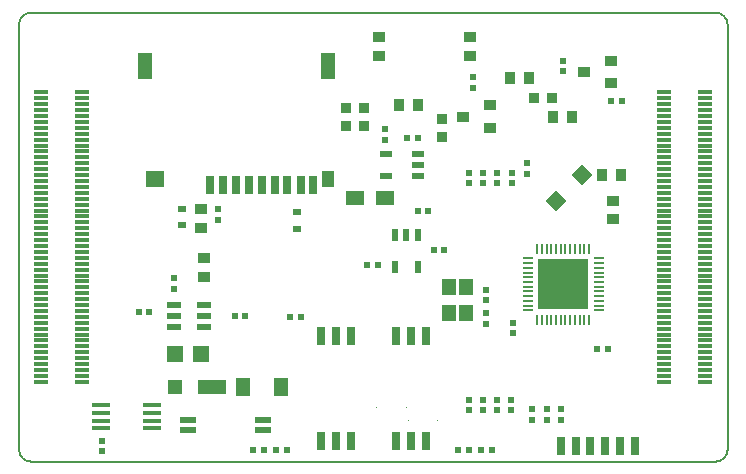
<source format=gtp>
%FSLAX44Y44*%
%MOMM*%
G71*
G01*
G75*
G04 Layer_Color=8421504*
%ADD10R,0.5000X0.6000*%
%ADD11R,0.6000X0.5000*%
%ADD12R,0.5000X1.1000*%
%ADD13R,1.1000X0.5000*%
%ADD14R,0.8128X0.8128*%
%ADD15R,1.0160X0.8890*%
%ADD16R,2.4000X1.2500*%
%ADD17R,1.2000X1.2500*%
%ADD18R,0.8890X1.0160*%
%ADD19R,1.6002X1.2954*%
%ADD20R,0.7600X1.5200*%
%ADD21R,0.8128X0.8128*%
%ADD22R,1.0668X0.8128*%
G04:AMPARAMS|DCode=23|XSize=0.22mm|YSize=0.8mm|CornerRadius=0mm|HoleSize=0mm|Usage=FLASHONLY|Rotation=90.000|XOffset=0mm|YOffset=0mm|HoleType=Round|Shape=RoundedRectangle|*
%AMROUNDEDRECTD23*
21,1,0.2200,0.8000,0,0,90.0*
21,1,0.2200,0.8000,0,0,90.0*
1,1,0.0000,0.4000,0.1100*
1,1,0.0000,0.4000,-0.1100*
1,1,0.0000,-0.4000,-0.1100*
1,1,0.0000,-0.4000,0.1100*
%
%ADD23ROUNDEDRECTD23*%
G04:AMPARAMS|DCode=24|XSize=0.22mm|YSize=0.8mm|CornerRadius=0mm|HoleSize=0mm|Usage=FLASHONLY|Rotation=0.000|XOffset=0mm|YOffset=0mm|HoleType=Round|Shape=RoundedRectangle|*
%AMROUNDEDRECTD24*
21,1,0.2200,0.8000,0,0,0.0*
21,1,0.2200,0.8000,0,0,0.0*
1,1,0.0000,0.1100,-0.4000*
1,1,0.0000,-0.1100,-0.4000*
1,1,0.0000,-0.1100,0.4000*
1,1,0.0000,0.1100,0.4000*
%
%ADD24ROUNDEDRECTD24*%
%ADD25R,4.3000X4.3000*%
%ADD26R,0.7000X0.6000*%
%ADD27R,1.2500X0.3000*%
%ADD28R,0.7000X1.6000*%
%ADD29R,1.1000X1.4000*%
%ADD30R,1.6000X1.4000*%
%ADD31R,1.2000X2.2000*%
%ADD32R,1.2000X1.4000*%
%ADD33R,0.8000X1.6000*%
%ADD34R,1.4000X0.6000*%
%ADD35P,1.8385X4X90.0*%
%ADD36R,1.2700X0.5080*%
%ADD37R,1.3970X1.3970*%
%ADD38R,1.2000X1.6000*%
%ADD39R,1.5000X0.4000*%
%ADD40C,0.4000*%
%ADD41C,0.2000*%
%ADD42C,0.3000*%
%ADD43C,0.2540*%
%ADD44C,0.1270*%
%ADD45C,0.6000*%
%ADD46R,1.3000X1.2000*%
%ADD47C,0.0254*%
%ADD48C,4.4000*%
%ADD49C,0.5000*%
G04:AMPARAMS|DCode=50|XSize=4mm|YSize=4mm|CornerRadius=2mm|HoleSize=0mm|Usage=FLASHONLY|Rotation=0.000|XOffset=0mm|YOffset=0mm|HoleType=Round|Shape=RoundedRectangle|*
%AMROUNDEDRECTD50*
21,1,4.0000,0.0000,0,0,0.0*
21,1,0.0000,4.0000,0,0,0.0*
1,1,4.0000,0.0000,0.0000*
1,1,4.0000,0.0000,0.0000*
1,1,4.0000,0.0000,0.0000*
1,1,4.0000,0.0000,0.0000*
%
%ADD50ROUNDEDRECTD50*%
%ADD51R,1.5240X1.5240*%
%ADD52C,1.5240*%
%ADD53C,3.6000*%
%ADD54R,1.4000X1.2000*%
%ADD55R,0.4000X1.0000*%
%ADD56R,1.0000X0.4000*%
%ADD57R,1.6000X1.2000*%
%ADD58O,2.0320X0.6096*%
%ADD59R,2.0320X0.6096*%
%ADD60R,0.7250X2.3500*%
%ADD61R,1.3970X1.3970*%
%ADD62P,1.8385X4X180.0*%
%ADD63R,0.2000X0.7500*%
%ADD64R,0.7500X0.2000*%
%ADD65R,1.5000X0.8000*%
%ADD66R,1.0000X1.5000*%
%ADD67R,2.1000X3.0000*%
%ADD68R,0.8000X2.1000*%
%ADD69R,1.6000X2.2000*%
%ADD70C,0.8000*%
G04:AMPARAMS|DCode=71|XSize=2mm|YSize=2mm|CornerRadius=0mm|HoleSize=0mm|Usage=FLASHONLY|Rotation=180.000|XOffset=0mm|YOffset=0mm|HoleType=Round|Shape=RoundedRectangle|*
%AMROUNDEDRECTD71*
21,1,2.0000,2.0000,0,0,180.0*
21,1,2.0000,2.0000,0,0,180.0*
1,1,0.0000,-1.0000,1.0000*
1,1,0.0000,1.0000,1.0000*
1,1,0.0000,1.0000,-1.0000*
1,1,0.0000,-1.0000,-1.0000*
%
%ADD71ROUNDEDRECTD71*%
%ADD72R,2.1500X6.3000*%
%ADD73C,0.8000*%
%ADD74R,1.1000X0.4000*%
%ADD75R,1.9250X2.3500*%
%ADD76C,4.0000*%
%ADD77C,0.1250*%
%ADD78C,0.1524*%
%ADD79C,0.1200*%
%ADD80C,0.2032*%
%ADD81C,0.1000*%
D10*
X-5000Y-24000D02*
D03*
X4000D02*
D03*
X46500Y22000D02*
D03*
X37500D02*
D03*
X210500Y115000D02*
D03*
X201500D02*
D03*
X189500Y-95000D02*
D03*
X198500D02*
D03*
X-101600Y-180474D02*
D03*
X-92600D02*
D03*
X-73053D02*
D03*
X-82053D02*
D03*
X100500D02*
D03*
X91500D02*
D03*
X71953D02*
D03*
X80953D02*
D03*
X60040Y-11000D02*
D03*
X51040D02*
D03*
X28500Y84000D02*
D03*
X37500D02*
D03*
X-70500Y-68000D02*
D03*
X-61500D02*
D03*
X-189500Y-63000D02*
D03*
X-198500D02*
D03*
X-108500Y-67000D02*
D03*
X-117500D02*
D03*
D11*
X10000Y91500D02*
D03*
Y82500D02*
D03*
X117000Y-146500D02*
D03*
Y-137500D02*
D03*
X105000Y-146500D02*
D03*
Y-137500D02*
D03*
X93000Y-146500D02*
D03*
Y-137500D02*
D03*
X81000Y-146500D02*
D03*
Y-137500D02*
D03*
X161000Y140500D02*
D03*
Y149500D02*
D03*
X84000Y126500D02*
D03*
Y135500D02*
D03*
X130340Y53500D02*
D03*
Y62500D02*
D03*
X158900Y-145770D02*
D03*
Y-154770D02*
D03*
X134730Y-145770D02*
D03*
Y-154770D02*
D03*
X146730Y-145770D02*
D03*
Y-154770D02*
D03*
X-131268Y14606D02*
D03*
Y23606D02*
D03*
X-230000Y-172500D02*
D03*
Y-181500D02*
D03*
X95049Y-44566D02*
D03*
Y-53566D02*
D03*
X95130Y-73621D02*
D03*
Y-64621D02*
D03*
X104940Y54500D02*
D03*
Y45500D02*
D03*
X92920Y54500D02*
D03*
Y45500D02*
D03*
X118356Y-81500D02*
D03*
Y-72500D02*
D03*
X80978Y54500D02*
D03*
Y45500D02*
D03*
X117226D02*
D03*
Y54500D02*
D03*
X-169000Y-43500D02*
D03*
Y-34500D02*
D03*
D12*
X37500Y-25500D02*
D03*
X18500D02*
D03*
Y1500D02*
D03*
X28000D02*
D03*
X37500D02*
D03*
D13*
X10842Y51770D02*
D03*
Y70770D02*
D03*
X37842D02*
D03*
Y61270D02*
D03*
Y51770D02*
D03*
D14*
X136380Y118000D02*
D03*
X151620D02*
D03*
D15*
X-143000Y-34001D02*
D03*
Y-17999D02*
D03*
X5000Y169501D02*
D03*
Y153499D02*
D03*
X81730Y169501D02*
D03*
Y153499D02*
D03*
X-146000Y24001D02*
D03*
Y7999D02*
D03*
X203000Y31001D02*
D03*
Y14999D02*
D03*
D16*
X-136750Y-126717D02*
D03*
D17*
X-167500D02*
D03*
D18*
X115999Y135000D02*
D03*
X132001D02*
D03*
X38001Y112000D02*
D03*
X21999D02*
D03*
X210001Y53000D02*
D03*
X193999D02*
D03*
X168001Y102000D02*
D03*
X151999D02*
D03*
D19*
X-15131Y33302D02*
D03*
X10269D02*
D03*
D20*
X44363Y-83550D02*
D03*
X31680D02*
D03*
X18980D02*
D03*
X-19120D02*
D03*
X-31820D02*
D03*
X-44520D02*
D03*
X-44380Y-172450D02*
D03*
X-31680D02*
D03*
X-18980D02*
D03*
X19120D02*
D03*
X31820D02*
D03*
X44520D02*
D03*
D21*
X-8000Y94380D02*
D03*
Y109620D02*
D03*
X-23000Y94380D02*
D03*
Y109620D02*
D03*
X58000Y99620D02*
D03*
Y84380D02*
D03*
D22*
X178608Y139949D02*
D03*
X201544Y149487D02*
D03*
Y130412D02*
D03*
X75608Y101949D02*
D03*
X98544Y111487D02*
D03*
Y92411D02*
D03*
D23*
X130678Y-38000D02*
D03*
Y-42000D02*
D03*
Y-46000D02*
D03*
Y-34000D02*
D03*
Y-30000D02*
D03*
Y-26000D02*
D03*
Y-22000D02*
D03*
Y-18000D02*
D03*
Y-50000D02*
D03*
Y-54000D02*
D03*
Y-62000D02*
D03*
Y-58000D02*
D03*
X190678Y-22000D02*
D03*
Y-18000D02*
D03*
Y-26000D02*
D03*
Y-30000D02*
D03*
Y-62000D02*
D03*
Y-58000D02*
D03*
Y-54000D02*
D03*
Y-50000D02*
D03*
Y-46000D02*
D03*
Y-34000D02*
D03*
Y-38000D02*
D03*
Y-42000D02*
D03*
D24*
X162678Y-10000D02*
D03*
X158678D02*
D03*
X154678D02*
D03*
X166678D02*
D03*
X170678D02*
D03*
X174678D02*
D03*
X178678D02*
D03*
X182678D02*
D03*
X150678D02*
D03*
X146678D02*
D03*
X138678D02*
D03*
X142678D02*
D03*
X182678Y-70000D02*
D03*
X178678D02*
D03*
X174678D02*
D03*
X170678D02*
D03*
X166678D02*
D03*
X138678D02*
D03*
X142678D02*
D03*
X146678D02*
D03*
X150678D02*
D03*
X154678D02*
D03*
X158678D02*
D03*
X162678D02*
D03*
D25*
X160678Y-40000D02*
D03*
D26*
X-65000Y21100D02*
D03*
Y6900D02*
D03*
X-162000Y9900D02*
D03*
Y24100D02*
D03*
D27*
X-246450Y2500D02*
D03*
Y7500D02*
D03*
Y12500D02*
D03*
Y17500D02*
D03*
Y22500D02*
D03*
Y27500D02*
D03*
Y32500D02*
D03*
Y37500D02*
D03*
Y-2500D02*
D03*
Y-7500D02*
D03*
Y-12500D02*
D03*
Y-17500D02*
D03*
Y-22500D02*
D03*
Y-27500D02*
D03*
Y-32500D02*
D03*
Y-37500D02*
D03*
Y-122500D02*
D03*
Y-117500D02*
D03*
Y-112500D02*
D03*
Y-107500D02*
D03*
Y-102500D02*
D03*
Y-97500D02*
D03*
Y-92500D02*
D03*
Y-87500D02*
D03*
Y-82500D02*
D03*
Y-42500D02*
D03*
Y-47500D02*
D03*
Y-52500D02*
D03*
Y-57500D02*
D03*
Y-62500D02*
D03*
Y-67500D02*
D03*
Y-72500D02*
D03*
Y-77500D02*
D03*
Y72500D02*
D03*
Y77500D02*
D03*
Y82500D02*
D03*
Y87500D02*
D03*
Y92500D02*
D03*
Y97500D02*
D03*
Y102500D02*
D03*
Y107500D02*
D03*
Y67500D02*
D03*
Y62500D02*
D03*
Y57500D02*
D03*
Y52500D02*
D03*
Y47500D02*
D03*
Y42500D02*
D03*
Y112500D02*
D03*
Y117500D02*
D03*
Y122500D02*
D03*
X-280950D02*
D03*
Y117500D02*
D03*
Y112500D02*
D03*
Y42500D02*
D03*
Y47500D02*
D03*
Y52500D02*
D03*
Y57500D02*
D03*
Y62500D02*
D03*
Y67500D02*
D03*
Y107500D02*
D03*
Y102500D02*
D03*
Y97500D02*
D03*
Y92500D02*
D03*
Y87500D02*
D03*
Y82500D02*
D03*
Y77500D02*
D03*
Y72500D02*
D03*
Y-77500D02*
D03*
Y-72500D02*
D03*
Y-67500D02*
D03*
Y-62500D02*
D03*
Y-57500D02*
D03*
Y-52500D02*
D03*
Y-47500D02*
D03*
Y-42500D02*
D03*
Y-82500D02*
D03*
Y-87500D02*
D03*
Y-92500D02*
D03*
Y-97500D02*
D03*
Y-102500D02*
D03*
Y-107500D02*
D03*
Y-112500D02*
D03*
Y-117500D02*
D03*
Y-122500D02*
D03*
Y-37500D02*
D03*
Y-32500D02*
D03*
Y-27500D02*
D03*
Y-22500D02*
D03*
Y-17500D02*
D03*
Y-12500D02*
D03*
Y-7500D02*
D03*
Y-2500D02*
D03*
Y37500D02*
D03*
Y32500D02*
D03*
Y27500D02*
D03*
Y22500D02*
D03*
Y17500D02*
D03*
Y12500D02*
D03*
Y7500D02*
D03*
Y2500D02*
D03*
X246450Y2500D02*
D03*
X280950D02*
D03*
Y7500D02*
D03*
X246450D02*
D03*
X280950Y12500D02*
D03*
X246450D02*
D03*
X280950Y17500D02*
D03*
X246450D02*
D03*
X280950Y22500D02*
D03*
X246450D02*
D03*
X280950Y27500D02*
D03*
X246450D02*
D03*
X280950Y32500D02*
D03*
X246450D02*
D03*
X280950Y37500D02*
D03*
X246450D02*
D03*
Y-2500D02*
D03*
X280950D02*
D03*
X246450Y-7500D02*
D03*
X280950D02*
D03*
X246450Y-12500D02*
D03*
X280950D02*
D03*
X246450Y-17500D02*
D03*
X280950D02*
D03*
X246450Y-22500D02*
D03*
X280950D02*
D03*
X246450Y-27500D02*
D03*
X280950D02*
D03*
X246450Y-32500D02*
D03*
X280950D02*
D03*
Y-37500D02*
D03*
X246450D02*
D03*
Y-122500D02*
D03*
X280950D02*
D03*
X246450Y-117500D02*
D03*
X280950D02*
D03*
Y-112500D02*
D03*
X246450D02*
D03*
X280950Y-107500D02*
D03*
X246450D02*
D03*
X280950Y-102500D02*
D03*
X246450D02*
D03*
X280950Y-97500D02*
D03*
X246450D02*
D03*
X280950Y-92500D02*
D03*
X246450D02*
D03*
X280950Y-87500D02*
D03*
X246450D02*
D03*
X280950Y-82500D02*
D03*
X246450D02*
D03*
Y-42500D02*
D03*
X280950D02*
D03*
X246450Y-47500D02*
D03*
X280950D02*
D03*
X246450Y-52500D02*
D03*
X280950D02*
D03*
X246450Y-57500D02*
D03*
X280950D02*
D03*
X246450Y-62500D02*
D03*
X280950D02*
D03*
X246450Y-67500D02*
D03*
X280950D02*
D03*
X246450Y-72500D02*
D03*
X280950D02*
D03*
Y-77500D02*
D03*
X246450D02*
D03*
Y72500D02*
D03*
X280950D02*
D03*
Y77500D02*
D03*
X246450D02*
D03*
X280950Y82500D02*
D03*
X246450D02*
D03*
X280950Y87500D02*
D03*
X246450D02*
D03*
X280950Y92500D02*
D03*
X246450D02*
D03*
X280950Y97500D02*
D03*
X246450D02*
D03*
X280950Y102500D02*
D03*
X246450D02*
D03*
X280950Y107500D02*
D03*
X246450D02*
D03*
Y67500D02*
D03*
X280950D02*
D03*
X246450Y62500D02*
D03*
X280950D02*
D03*
X246450Y57500D02*
D03*
X280950D02*
D03*
X246450Y52500D02*
D03*
X280950D02*
D03*
X246450Y47500D02*
D03*
X280950D02*
D03*
X246450Y42500D02*
D03*
X280950D02*
D03*
X246450Y112500D02*
D03*
X280950D02*
D03*
Y117500D02*
D03*
X246450D02*
D03*
X280950Y122500D02*
D03*
X246450D02*
D03*
D28*
X-50653Y44118D02*
D03*
X-61606D02*
D03*
X-72656D02*
D03*
X-83623D02*
D03*
X-94590D02*
D03*
X-105630D02*
D03*
X-116646D02*
D03*
X-127606D02*
D03*
X-138659D02*
D03*
D29*
X-38596Y49111D02*
D03*
D30*
X-184616Y49201D02*
D03*
D31*
X-38539Y145201D02*
D03*
X-193626Y145198D02*
D03*
D32*
X78736Y-42611D02*
D03*
Y-64612D02*
D03*
X63736D02*
D03*
Y-42611D02*
D03*
D33*
X158750Y-177000D02*
D03*
X171250D02*
D03*
X183750D02*
D03*
X196250D02*
D03*
X208750D02*
D03*
X221250D02*
D03*
D34*
X-156500Y-154800D02*
D03*
X-93500D02*
D03*
Y-163200D02*
D03*
X-156500D02*
D03*
D35*
X177000Y53000D02*
D03*
X155000Y31000D02*
D03*
D36*
X-143000Y-57500D02*
D03*
Y-67000D02*
D03*
Y-76500D02*
D03*
X-169000D02*
D03*
Y-67000D02*
D03*
Y-57500D02*
D03*
D37*
X-146205Y-99000D02*
D03*
X-167795D02*
D03*
D38*
X-110000Y-127000D02*
D03*
X-78000D02*
D03*
D39*
X-187500Y-162000D02*
D03*
Y-155500D02*
D03*
Y-149000D02*
D03*
Y-142500D02*
D03*
X-230500D02*
D03*
Y-149000D02*
D03*
Y-155500D02*
D03*
Y-162000D02*
D03*
D41*
X289941Y-190000D02*
G03*
X299941Y-180000I0J10000D01*
G01*
Y180000D02*
G03*
X289941Y190000I-10000J0D01*
G01*
X-300000Y-180000D02*
G03*
X-290000Y-190000I10000J0D01*
G01*
Y190000D02*
G03*
X-300000Y180000I0J-10000D01*
G01*
X300000Y-180000D02*
Y180000D01*
X-300000Y-180000D02*
Y180000D01*
X-290000Y-190000D02*
X289941Y-190000D01*
X-290000Y190000D02*
X289941Y190000D01*
D47*
X53993Y-154584D02*
X54000D01*
X27493Y-143984D02*
X27500D01*
X2493D02*
X2500D01*
X28993Y-154584D02*
X29000D01*
M02*

</source>
